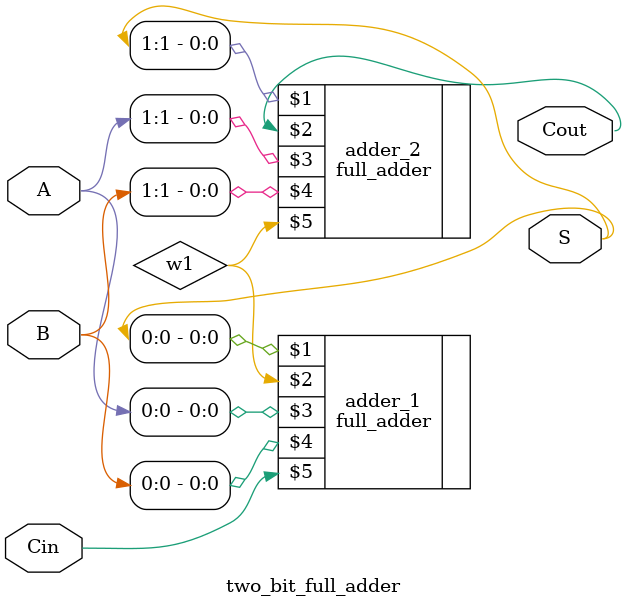
<source format=v>
module two_bit_full_adder(S, Cout, A, B, Cin);
  input [1:0] A, B;
  input Cin;
  output [1:0] S;
  output Cout;
  wire w1;
  full_adder adder_1(S[0], w1, A[0], B[0], Cin);
  full_adder adder_2(S[1], Cout, A[1], B[1], w1);
endmodule
</source>
